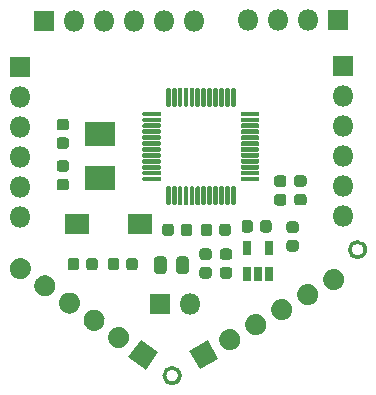
<source format=gbr>
%TF.GenerationSoftware,KiCad,Pcbnew,(5.1.6)-1*%
%TF.CreationDate,2020-11-24T16:57:48+08:00*%
%TF.ProjectId,BCG_mini_c8t6,4243475f-6d69-46e6-995f-633874362e6b,rev?*%
%TF.SameCoordinates,Original*%
%TF.FileFunction,Soldermask,Top*%
%TF.FilePolarity,Negative*%
%FSLAX46Y46*%
G04 Gerber Fmt 4.6, Leading zero omitted, Abs format (unit mm)*
G04 Created by KiCad (PCBNEW (5.1.6)-1) date 2020-11-24 16:57:48*
%MOMM*%
%LPD*%
G01*
G04 APERTURE LIST*
%ADD10C,0.350000*%
%ADD11O,1.800000X1.800000*%
%ADD12R,1.800000X1.800000*%
%ADD13C,0.100000*%
%ADD14R,2.100000X1.700000*%
%ADD15R,0.750000X1.160000*%
%ADD16R,2.500000X2.100000*%
G04 APERTURE END LIST*
D10*
X136144000Y-120345200D02*
G75*
G03*
X136144000Y-120345200I-660400J0D01*
G01*
X151841200Y-109677200D02*
G75*
G03*
X151841200Y-109677200I-660400J0D01*
G01*
D11*
%TO.C,J5*%
X149961600Y-106781600D03*
X149961600Y-104241600D03*
X149961600Y-101701600D03*
X149961600Y-99161600D03*
X149961600Y-96621600D03*
D12*
X149961600Y-94081600D03*
%TD*%
%TO.C,C3*%
G36*
G01*
X127614400Y-110615150D02*
X127614400Y-111177650D01*
G75*
G02*
X127370650Y-111421400I-243750J0D01*
G01*
X126883150Y-111421400D01*
G75*
G02*
X126639400Y-111177650I0J243750D01*
G01*
X126639400Y-110615150D01*
G75*
G02*
X126883150Y-110371400I243750J0D01*
G01*
X127370650Y-110371400D01*
G75*
G02*
X127614400Y-110615150I0J-243750D01*
G01*
G37*
G36*
G01*
X129189400Y-110615150D02*
X129189400Y-111177650D01*
G75*
G02*
X128945650Y-111421400I-243750J0D01*
G01*
X128458150Y-111421400D01*
G75*
G02*
X128214400Y-111177650I0J243750D01*
G01*
X128214400Y-110615150D01*
G75*
G02*
X128458150Y-110371400I243750J0D01*
G01*
X128945650Y-110371400D01*
G75*
G02*
X129189400Y-110615150I0J-243750D01*
G01*
G37*
%TD*%
%TO.C,C4*%
G36*
G01*
X140467000Y-107719550D02*
X140467000Y-108282050D01*
G75*
G02*
X140223250Y-108525800I-243750J0D01*
G01*
X139735750Y-108525800D01*
G75*
G02*
X139492000Y-108282050I0J243750D01*
G01*
X139492000Y-107719550D01*
G75*
G02*
X139735750Y-107475800I243750J0D01*
G01*
X140223250Y-107475800D01*
G75*
G02*
X140467000Y-107719550I0J-243750D01*
G01*
G37*
G36*
G01*
X138892000Y-107719550D02*
X138892000Y-108282050D01*
G75*
G02*
X138648250Y-108525800I-243750J0D01*
G01*
X138160750Y-108525800D01*
G75*
G02*
X137917000Y-108282050I0J243750D01*
G01*
X137917000Y-107719550D01*
G75*
G02*
X138160750Y-107475800I243750J0D01*
G01*
X138648250Y-107475800D01*
G75*
G02*
X138892000Y-107719550I0J-243750D01*
G01*
G37*
%TD*%
%TO.C,C5*%
G36*
G01*
X126519250Y-99572800D02*
X125956750Y-99572800D01*
G75*
G02*
X125713000Y-99329050I0J243750D01*
G01*
X125713000Y-98841550D01*
G75*
G02*
X125956750Y-98597800I243750J0D01*
G01*
X126519250Y-98597800D01*
G75*
G02*
X126763000Y-98841550I0J-243750D01*
G01*
X126763000Y-99329050D01*
G75*
G02*
X126519250Y-99572800I-243750J0D01*
G01*
G37*
G36*
G01*
X126519250Y-101147800D02*
X125956750Y-101147800D01*
G75*
G02*
X125713000Y-100904050I0J243750D01*
G01*
X125713000Y-100416550D01*
G75*
G02*
X125956750Y-100172800I243750J0D01*
G01*
X126519250Y-100172800D01*
G75*
G02*
X126763000Y-100416550I0J-243750D01*
G01*
X126763000Y-100904050D01*
G75*
G02*
X126519250Y-101147800I-243750J0D01*
G01*
G37*
%TD*%
%TO.C,C6*%
G36*
G01*
X125956750Y-102103000D02*
X126519250Y-102103000D01*
G75*
G02*
X126763000Y-102346750I0J-243750D01*
G01*
X126763000Y-102834250D01*
G75*
G02*
X126519250Y-103078000I-243750J0D01*
G01*
X125956750Y-103078000D01*
G75*
G02*
X125713000Y-102834250I0J243750D01*
G01*
X125713000Y-102346750D01*
G75*
G02*
X125956750Y-102103000I243750J0D01*
G01*
G37*
G36*
G01*
X125956750Y-103678000D02*
X126519250Y-103678000D01*
G75*
G02*
X126763000Y-103921750I0J-243750D01*
G01*
X126763000Y-104409250D01*
G75*
G02*
X126519250Y-104653000I-243750J0D01*
G01*
X125956750Y-104653000D01*
G75*
G02*
X125713000Y-104409250I0J243750D01*
G01*
X125713000Y-103921750D01*
G75*
G02*
X125956750Y-103678000I243750J0D01*
G01*
G37*
%TD*%
%TO.C,C7*%
G36*
G01*
X139774350Y-109570600D02*
X140336850Y-109570600D01*
G75*
G02*
X140580600Y-109814350I0J-243750D01*
G01*
X140580600Y-110301850D01*
G75*
G02*
X140336850Y-110545600I-243750J0D01*
G01*
X139774350Y-110545600D01*
G75*
G02*
X139530600Y-110301850I0J243750D01*
G01*
X139530600Y-109814350D01*
G75*
G02*
X139774350Y-109570600I243750J0D01*
G01*
G37*
G36*
G01*
X139774350Y-111145600D02*
X140336850Y-111145600D01*
G75*
G02*
X140580600Y-111389350I0J-243750D01*
G01*
X140580600Y-111876850D01*
G75*
G02*
X140336850Y-112120600I-243750J0D01*
G01*
X139774350Y-112120600D01*
G75*
G02*
X139530600Y-111876850I0J243750D01*
G01*
X139530600Y-111389350D01*
G75*
G02*
X139774350Y-111145600I243750J0D01*
G01*
G37*
%TD*%
%TO.C,C8*%
G36*
G01*
X138047150Y-111145600D02*
X138609650Y-111145600D01*
G75*
G02*
X138853400Y-111389350I0J-243750D01*
G01*
X138853400Y-111876850D01*
G75*
G02*
X138609650Y-112120600I-243750J0D01*
G01*
X138047150Y-112120600D01*
G75*
G02*
X137803400Y-111876850I0J243750D01*
G01*
X137803400Y-111389350D01*
G75*
G02*
X138047150Y-111145600I243750J0D01*
G01*
G37*
G36*
G01*
X138047150Y-109570600D02*
X138609650Y-109570600D01*
G75*
G02*
X138853400Y-109814350I0J-243750D01*
G01*
X138853400Y-110301850D01*
G75*
G02*
X138609650Y-110545600I-243750J0D01*
G01*
X138047150Y-110545600D01*
G75*
G02*
X137803400Y-110301850I0J243750D01*
G01*
X137803400Y-109814350D01*
G75*
G02*
X138047150Y-109570600I243750J0D01*
G01*
G37*
%TD*%
%TO.C,C9*%
G36*
G01*
X142946400Y-107977250D02*
X142946400Y-107414750D01*
G75*
G02*
X143190150Y-107171000I243750J0D01*
G01*
X143677650Y-107171000D01*
G75*
G02*
X143921400Y-107414750I0J-243750D01*
G01*
X143921400Y-107977250D01*
G75*
G02*
X143677650Y-108221000I-243750J0D01*
G01*
X143190150Y-108221000D01*
G75*
G02*
X142946400Y-107977250I0J243750D01*
G01*
G37*
G36*
G01*
X141371400Y-107977250D02*
X141371400Y-107414750D01*
G75*
G02*
X141615150Y-107171000I243750J0D01*
G01*
X142102650Y-107171000D01*
G75*
G02*
X142346400Y-107414750I0J-243750D01*
G01*
X142346400Y-107977250D01*
G75*
G02*
X142102650Y-108221000I-243750J0D01*
G01*
X141615150Y-108221000D01*
G75*
G02*
X141371400Y-107977250I0J243750D01*
G01*
G37*
%TD*%
%TO.C,C10*%
G36*
G01*
X145975650Y-109834600D02*
X145413150Y-109834600D01*
G75*
G02*
X145169400Y-109590850I0J243750D01*
G01*
X145169400Y-109103350D01*
G75*
G02*
X145413150Y-108859600I243750J0D01*
G01*
X145975650Y-108859600D01*
G75*
G02*
X146219400Y-109103350I0J-243750D01*
G01*
X146219400Y-109590850D01*
G75*
G02*
X145975650Y-109834600I-243750J0D01*
G01*
G37*
G36*
G01*
X145975650Y-108259600D02*
X145413150Y-108259600D01*
G75*
G02*
X145169400Y-108015850I0J243750D01*
G01*
X145169400Y-107528350D01*
G75*
G02*
X145413150Y-107284600I243750J0D01*
G01*
X145975650Y-107284600D01*
G75*
G02*
X146219400Y-107528350I0J-243750D01*
G01*
X146219400Y-108015850D01*
G75*
G02*
X145975650Y-108259600I-243750J0D01*
G01*
G37*
%TD*%
%TO.C,D1*%
G36*
G01*
X146636050Y-105923000D02*
X146073550Y-105923000D01*
G75*
G02*
X145829800Y-105679250I0J243750D01*
G01*
X145829800Y-105191750D01*
G75*
G02*
X146073550Y-104948000I243750J0D01*
G01*
X146636050Y-104948000D01*
G75*
G02*
X146879800Y-105191750I0J-243750D01*
G01*
X146879800Y-105679250D01*
G75*
G02*
X146636050Y-105923000I-243750J0D01*
G01*
G37*
G36*
G01*
X146636050Y-104348000D02*
X146073550Y-104348000D01*
G75*
G02*
X145829800Y-104104250I0J243750D01*
G01*
X145829800Y-103616750D01*
G75*
G02*
X146073550Y-103373000I243750J0D01*
G01*
X146636050Y-103373000D01*
G75*
G02*
X146879800Y-103616750I0J-243750D01*
G01*
X146879800Y-104104250D01*
G75*
G02*
X146636050Y-104348000I-243750J0D01*
G01*
G37*
%TD*%
%TO.C,F1*%
G36*
G01*
X136907800Y-110516750D02*
X136907800Y-111479250D01*
G75*
G02*
X136639050Y-111748000I-268750J0D01*
G01*
X136101550Y-111748000D01*
G75*
G02*
X135832800Y-111479250I0J268750D01*
G01*
X135832800Y-110516750D01*
G75*
G02*
X136101550Y-110248000I268750J0D01*
G01*
X136639050Y-110248000D01*
G75*
G02*
X136907800Y-110516750I0J-268750D01*
G01*
G37*
G36*
G01*
X135032800Y-110516750D02*
X135032800Y-111479250D01*
G75*
G02*
X134764050Y-111748000I-268750J0D01*
G01*
X134226550Y-111748000D01*
G75*
G02*
X133957800Y-111479250I0J268750D01*
G01*
X133957800Y-110516750D01*
G75*
G02*
X134226550Y-110248000I268750J0D01*
G01*
X134764050Y-110248000D01*
G75*
G02*
X135032800Y-110516750I0J-268750D01*
G01*
G37*
%TD*%
%TO.C,J1*%
X149555200Y-90220800D03*
D11*
X147015200Y-90220800D03*
X144475200Y-90220800D03*
X141935200Y-90220800D03*
%TD*%
%TO.C,J2*%
X122580400Y-106934000D03*
X122580400Y-104394000D03*
X122580400Y-101854000D03*
X122580400Y-99314000D03*
X122580400Y-96774000D03*
D12*
X122580400Y-94234000D03*
%TD*%
D13*
%TO.C,J3*%
G36*
X139405423Y-118896623D02*
G01*
X137846577Y-119796623D01*
X136946577Y-118237777D01*
X138505423Y-117337777D01*
X139405423Y-118896623D01*
G37*
G36*
G01*
X140825705Y-118076623D02*
X140825705Y-118076623D01*
G75*
G02*
X139596282Y-117747200I-450000J779423D01*
G01*
X139596282Y-117747200D01*
G75*
G02*
X139925705Y-116517777I779423J450000D01*
G01*
X139925705Y-116517777D01*
G75*
G02*
X141155128Y-116847200I450000J-779423D01*
G01*
X141155128Y-116847200D01*
G75*
G02*
X140825705Y-118076623I-779423J-450000D01*
G01*
G37*
G36*
G01*
X143025409Y-116806623D02*
X143025409Y-116806623D01*
G75*
G02*
X141795986Y-116477200I-450000J779423D01*
G01*
X141795986Y-116477200D01*
G75*
G02*
X142125409Y-115247777I779423J450000D01*
G01*
X142125409Y-115247777D01*
G75*
G02*
X143354832Y-115577200I450000J-779423D01*
G01*
X143354832Y-115577200D01*
G75*
G02*
X143025409Y-116806623I-779423J-450000D01*
G01*
G37*
G36*
G01*
X145225114Y-115536623D02*
X145225114Y-115536623D01*
G75*
G02*
X143995691Y-115207200I-450000J779423D01*
G01*
X143995691Y-115207200D01*
G75*
G02*
X144325114Y-113977777I779423J450000D01*
G01*
X144325114Y-113977777D01*
G75*
G02*
X145554537Y-114307200I450000J-779423D01*
G01*
X145554537Y-114307200D01*
G75*
G02*
X145225114Y-115536623I-779423J-450000D01*
G01*
G37*
G36*
G01*
X147424818Y-114266623D02*
X147424818Y-114266623D01*
G75*
G02*
X146195395Y-113937200I-450000J779423D01*
G01*
X146195395Y-113937200D01*
G75*
G02*
X146524818Y-112707777I779423J450000D01*
G01*
X146524818Y-112707777D01*
G75*
G02*
X147754241Y-113037200I450000J-779423D01*
G01*
X147754241Y-113037200D01*
G75*
G02*
X147424818Y-114266623I-779423J-450000D01*
G01*
G37*
G36*
G01*
X149624523Y-112996623D02*
X149624523Y-112996623D01*
G75*
G02*
X148395100Y-112667200I-450000J779423D01*
G01*
X148395100Y-112667200D01*
G75*
G02*
X148724523Y-111437777I779423J450000D01*
G01*
X148724523Y-111437777D01*
G75*
G02*
X149953946Y-111767200I450000J-779423D01*
G01*
X149953946Y-111767200D01*
G75*
G02*
X149624523Y-112996623I-779423J-450000D01*
G01*
G37*
%TD*%
%TO.C,J4*%
G36*
X132824182Y-117313744D02*
G01*
X134298656Y-118346182D01*
X133266218Y-119820656D01*
X131791744Y-118788218D01*
X132824182Y-117313744D01*
G37*
G36*
G01*
X131480773Y-116373079D02*
X131480773Y-116373079D01*
G75*
G02*
X131701791Y-117626535I-516219J-737237D01*
G01*
X131701791Y-117626535D01*
G75*
G02*
X130448335Y-117847553I-737237J516219D01*
G01*
X130448335Y-117847553D01*
G75*
G02*
X130227317Y-116594097I516219J737237D01*
G01*
X130227317Y-116594097D01*
G75*
G02*
X131480773Y-116373079I737237J-516219D01*
G01*
G37*
G36*
G01*
X129400127Y-114916195D02*
X129400127Y-114916195D01*
G75*
G02*
X129621145Y-116169651I-516219J-737237D01*
G01*
X129621145Y-116169651D01*
G75*
G02*
X128367689Y-116390669I-737237J516219D01*
G01*
X128367689Y-116390669D01*
G75*
G02*
X128146671Y-115137213I516219J737237D01*
G01*
X128146671Y-115137213D01*
G75*
G02*
X129400127Y-114916195I737237J-516219D01*
G01*
G37*
G36*
G01*
X127319480Y-113459311D02*
X127319480Y-113459311D01*
G75*
G02*
X127540498Y-114712767I-516219J-737237D01*
G01*
X127540498Y-114712767D01*
G75*
G02*
X126287042Y-114933785I-737237J516219D01*
G01*
X126287042Y-114933785D01*
G75*
G02*
X126066024Y-113680329I516219J737237D01*
G01*
X126066024Y-113680329D01*
G75*
G02*
X127319480Y-113459311I737237J-516219D01*
G01*
G37*
G36*
G01*
X125238834Y-112002426D02*
X125238834Y-112002426D01*
G75*
G02*
X125459852Y-113255882I-516219J-737237D01*
G01*
X125459852Y-113255882D01*
G75*
G02*
X124206396Y-113476900I-737237J516219D01*
G01*
X124206396Y-113476900D01*
G75*
G02*
X123985378Y-112223444I516219J737237D01*
G01*
X123985378Y-112223444D01*
G75*
G02*
X125238834Y-112002426I737237J-516219D01*
G01*
G37*
G36*
G01*
X123158188Y-110545542D02*
X123158188Y-110545542D01*
G75*
G02*
X123379206Y-111798998I-516219J-737237D01*
G01*
X123379206Y-111798998D01*
G75*
G02*
X122125750Y-112020016I-737237J516219D01*
G01*
X122125750Y-112020016D01*
G75*
G02*
X121904732Y-110766560I516219J737237D01*
G01*
X121904732Y-110766560D01*
G75*
G02*
X123158188Y-110545542I737237J-516219D01*
G01*
G37*
%TD*%
D12*
%TO.C,J6*%
X124612400Y-90271600D03*
D11*
X127152400Y-90271600D03*
X129692400Y-90271600D03*
X132232400Y-90271600D03*
X134772400Y-90271600D03*
X137312400Y-90271600D03*
%TD*%
D12*
%TO.C,J7*%
X134467600Y-114249200D03*
D11*
X137007600Y-114249200D03*
%TD*%
%TO.C,R1*%
G36*
G01*
X130043000Y-111177650D02*
X130043000Y-110615150D01*
G75*
G02*
X130286750Y-110371400I243750J0D01*
G01*
X130774250Y-110371400D01*
G75*
G02*
X131018000Y-110615150I0J-243750D01*
G01*
X131018000Y-111177650D01*
G75*
G02*
X130774250Y-111421400I-243750J0D01*
G01*
X130286750Y-111421400D01*
G75*
G02*
X130043000Y-111177650I0J243750D01*
G01*
G37*
G36*
G01*
X131618000Y-111177650D02*
X131618000Y-110615150D01*
G75*
G02*
X131861750Y-110371400I243750J0D01*
G01*
X132349250Y-110371400D01*
G75*
G02*
X132593000Y-110615150I0J-243750D01*
G01*
X132593000Y-111177650D01*
G75*
G02*
X132349250Y-111421400I-243750J0D01*
G01*
X131861750Y-111421400D01*
G75*
G02*
X131618000Y-111177650I0J243750D01*
G01*
G37*
%TD*%
%TO.C,R3*%
G36*
G01*
X135640800Y-107719550D02*
X135640800Y-108282050D01*
G75*
G02*
X135397050Y-108525800I-243750J0D01*
G01*
X134909550Y-108525800D01*
G75*
G02*
X134665800Y-108282050I0J243750D01*
G01*
X134665800Y-107719550D01*
G75*
G02*
X134909550Y-107475800I243750J0D01*
G01*
X135397050Y-107475800D01*
G75*
G02*
X135640800Y-107719550I0J-243750D01*
G01*
G37*
G36*
G01*
X137215800Y-107719550D02*
X137215800Y-108282050D01*
G75*
G02*
X136972050Y-108525800I-243750J0D01*
G01*
X136484550Y-108525800D01*
G75*
G02*
X136240800Y-108282050I0J243750D01*
G01*
X136240800Y-107719550D01*
G75*
G02*
X136484550Y-107475800I243750J0D01*
G01*
X136972050Y-107475800D01*
G75*
G02*
X137215800Y-107719550I0J-243750D01*
G01*
G37*
%TD*%
%TO.C,R4*%
G36*
G01*
X144923451Y-105940799D02*
X144360951Y-105940799D01*
G75*
G02*
X144117201Y-105697049I0J243750D01*
G01*
X144117201Y-105209549D01*
G75*
G02*
X144360951Y-104965799I243750J0D01*
G01*
X144923451Y-104965799D01*
G75*
G02*
X145167201Y-105209549I0J-243750D01*
G01*
X145167201Y-105697049D01*
G75*
G02*
X144923451Y-105940799I-243750J0D01*
G01*
G37*
G36*
G01*
X144923451Y-104365799D02*
X144360951Y-104365799D01*
G75*
G02*
X144117201Y-104122049I0J243750D01*
G01*
X144117201Y-103634549D01*
G75*
G02*
X144360951Y-103390799I243750J0D01*
G01*
X144923451Y-103390799D01*
G75*
G02*
X145167201Y-103634549I0J-243750D01*
G01*
X145167201Y-104122049D01*
G75*
G02*
X144923451Y-104365799I-243750J0D01*
G01*
G37*
%TD*%
D14*
%TO.C,SW1*%
X132798800Y-107492800D03*
X127398800Y-107492800D03*
%TD*%
%TO.C,U1*%
G36*
G01*
X132972000Y-98289600D02*
X132972000Y-98089600D01*
G75*
G02*
X133072000Y-97989600I100000J0D01*
G01*
X134447000Y-97989600D01*
G75*
G02*
X134547000Y-98089600I0J-100000D01*
G01*
X134547000Y-98289600D01*
G75*
G02*
X134447000Y-98389600I-100000J0D01*
G01*
X133072000Y-98389600D01*
G75*
G02*
X132972000Y-98289600I0J100000D01*
G01*
G37*
G36*
G01*
X132972000Y-98789600D02*
X132972000Y-98589600D01*
G75*
G02*
X133072000Y-98489600I100000J0D01*
G01*
X134447000Y-98489600D01*
G75*
G02*
X134547000Y-98589600I0J-100000D01*
G01*
X134547000Y-98789600D01*
G75*
G02*
X134447000Y-98889600I-100000J0D01*
G01*
X133072000Y-98889600D01*
G75*
G02*
X132972000Y-98789600I0J100000D01*
G01*
G37*
G36*
G01*
X132972000Y-99289600D02*
X132972000Y-99089600D01*
G75*
G02*
X133072000Y-98989600I100000J0D01*
G01*
X134447000Y-98989600D01*
G75*
G02*
X134547000Y-99089600I0J-100000D01*
G01*
X134547000Y-99289600D01*
G75*
G02*
X134447000Y-99389600I-100000J0D01*
G01*
X133072000Y-99389600D01*
G75*
G02*
X132972000Y-99289600I0J100000D01*
G01*
G37*
G36*
G01*
X132972000Y-99789600D02*
X132972000Y-99589600D01*
G75*
G02*
X133072000Y-99489600I100000J0D01*
G01*
X134447000Y-99489600D01*
G75*
G02*
X134547000Y-99589600I0J-100000D01*
G01*
X134547000Y-99789600D01*
G75*
G02*
X134447000Y-99889600I-100000J0D01*
G01*
X133072000Y-99889600D01*
G75*
G02*
X132972000Y-99789600I0J100000D01*
G01*
G37*
G36*
G01*
X132972000Y-100289600D02*
X132972000Y-100089600D01*
G75*
G02*
X133072000Y-99989600I100000J0D01*
G01*
X134447000Y-99989600D01*
G75*
G02*
X134547000Y-100089600I0J-100000D01*
G01*
X134547000Y-100289600D01*
G75*
G02*
X134447000Y-100389600I-100000J0D01*
G01*
X133072000Y-100389600D01*
G75*
G02*
X132972000Y-100289600I0J100000D01*
G01*
G37*
G36*
G01*
X132972000Y-100789600D02*
X132972000Y-100589600D01*
G75*
G02*
X133072000Y-100489600I100000J0D01*
G01*
X134447000Y-100489600D01*
G75*
G02*
X134547000Y-100589600I0J-100000D01*
G01*
X134547000Y-100789600D01*
G75*
G02*
X134447000Y-100889600I-100000J0D01*
G01*
X133072000Y-100889600D01*
G75*
G02*
X132972000Y-100789600I0J100000D01*
G01*
G37*
G36*
G01*
X132972000Y-101289600D02*
X132972000Y-101089600D01*
G75*
G02*
X133072000Y-100989600I100000J0D01*
G01*
X134447000Y-100989600D01*
G75*
G02*
X134547000Y-101089600I0J-100000D01*
G01*
X134547000Y-101289600D01*
G75*
G02*
X134447000Y-101389600I-100000J0D01*
G01*
X133072000Y-101389600D01*
G75*
G02*
X132972000Y-101289600I0J100000D01*
G01*
G37*
G36*
G01*
X132972000Y-101789600D02*
X132972000Y-101589600D01*
G75*
G02*
X133072000Y-101489600I100000J0D01*
G01*
X134447000Y-101489600D01*
G75*
G02*
X134547000Y-101589600I0J-100000D01*
G01*
X134547000Y-101789600D01*
G75*
G02*
X134447000Y-101889600I-100000J0D01*
G01*
X133072000Y-101889600D01*
G75*
G02*
X132972000Y-101789600I0J100000D01*
G01*
G37*
G36*
G01*
X132972000Y-102289600D02*
X132972000Y-102089600D01*
G75*
G02*
X133072000Y-101989600I100000J0D01*
G01*
X134447000Y-101989600D01*
G75*
G02*
X134547000Y-102089600I0J-100000D01*
G01*
X134547000Y-102289600D01*
G75*
G02*
X134447000Y-102389600I-100000J0D01*
G01*
X133072000Y-102389600D01*
G75*
G02*
X132972000Y-102289600I0J100000D01*
G01*
G37*
G36*
G01*
X132972000Y-102789600D02*
X132972000Y-102589600D01*
G75*
G02*
X133072000Y-102489600I100000J0D01*
G01*
X134447000Y-102489600D01*
G75*
G02*
X134547000Y-102589600I0J-100000D01*
G01*
X134547000Y-102789600D01*
G75*
G02*
X134447000Y-102889600I-100000J0D01*
G01*
X133072000Y-102889600D01*
G75*
G02*
X132972000Y-102789600I0J100000D01*
G01*
G37*
G36*
G01*
X132972000Y-103289600D02*
X132972000Y-103089600D01*
G75*
G02*
X133072000Y-102989600I100000J0D01*
G01*
X134447000Y-102989600D01*
G75*
G02*
X134547000Y-103089600I0J-100000D01*
G01*
X134547000Y-103289600D01*
G75*
G02*
X134447000Y-103389600I-100000J0D01*
G01*
X133072000Y-103389600D01*
G75*
G02*
X132972000Y-103289600I0J100000D01*
G01*
G37*
G36*
G01*
X132972000Y-103789600D02*
X132972000Y-103589600D01*
G75*
G02*
X133072000Y-103489600I100000J0D01*
G01*
X134447000Y-103489600D01*
G75*
G02*
X134547000Y-103589600I0J-100000D01*
G01*
X134547000Y-103789600D01*
G75*
G02*
X134447000Y-103889600I-100000J0D01*
G01*
X133072000Y-103889600D01*
G75*
G02*
X132972000Y-103789600I0J100000D01*
G01*
G37*
G36*
G01*
X134972000Y-105789600D02*
X134972000Y-104414600D01*
G75*
G02*
X135072000Y-104314600I100000J0D01*
G01*
X135272000Y-104314600D01*
G75*
G02*
X135372000Y-104414600I0J-100000D01*
G01*
X135372000Y-105789600D01*
G75*
G02*
X135272000Y-105889600I-100000J0D01*
G01*
X135072000Y-105889600D01*
G75*
G02*
X134972000Y-105789600I0J100000D01*
G01*
G37*
G36*
G01*
X135472000Y-105789600D02*
X135472000Y-104414600D01*
G75*
G02*
X135572000Y-104314600I100000J0D01*
G01*
X135772000Y-104314600D01*
G75*
G02*
X135872000Y-104414600I0J-100000D01*
G01*
X135872000Y-105789600D01*
G75*
G02*
X135772000Y-105889600I-100000J0D01*
G01*
X135572000Y-105889600D01*
G75*
G02*
X135472000Y-105789600I0J100000D01*
G01*
G37*
G36*
G01*
X135972000Y-105789600D02*
X135972000Y-104414600D01*
G75*
G02*
X136072000Y-104314600I100000J0D01*
G01*
X136272000Y-104314600D01*
G75*
G02*
X136372000Y-104414600I0J-100000D01*
G01*
X136372000Y-105789600D01*
G75*
G02*
X136272000Y-105889600I-100000J0D01*
G01*
X136072000Y-105889600D01*
G75*
G02*
X135972000Y-105789600I0J100000D01*
G01*
G37*
G36*
G01*
X136472000Y-105789600D02*
X136472000Y-104414600D01*
G75*
G02*
X136572000Y-104314600I100000J0D01*
G01*
X136772000Y-104314600D01*
G75*
G02*
X136872000Y-104414600I0J-100000D01*
G01*
X136872000Y-105789600D01*
G75*
G02*
X136772000Y-105889600I-100000J0D01*
G01*
X136572000Y-105889600D01*
G75*
G02*
X136472000Y-105789600I0J100000D01*
G01*
G37*
G36*
G01*
X136972000Y-105789600D02*
X136972000Y-104414600D01*
G75*
G02*
X137072000Y-104314600I100000J0D01*
G01*
X137272000Y-104314600D01*
G75*
G02*
X137372000Y-104414600I0J-100000D01*
G01*
X137372000Y-105789600D01*
G75*
G02*
X137272000Y-105889600I-100000J0D01*
G01*
X137072000Y-105889600D01*
G75*
G02*
X136972000Y-105789600I0J100000D01*
G01*
G37*
G36*
G01*
X137472000Y-105789600D02*
X137472000Y-104414600D01*
G75*
G02*
X137572000Y-104314600I100000J0D01*
G01*
X137772000Y-104314600D01*
G75*
G02*
X137872000Y-104414600I0J-100000D01*
G01*
X137872000Y-105789600D01*
G75*
G02*
X137772000Y-105889600I-100000J0D01*
G01*
X137572000Y-105889600D01*
G75*
G02*
X137472000Y-105789600I0J100000D01*
G01*
G37*
G36*
G01*
X137972000Y-105789600D02*
X137972000Y-104414600D01*
G75*
G02*
X138072000Y-104314600I100000J0D01*
G01*
X138272000Y-104314600D01*
G75*
G02*
X138372000Y-104414600I0J-100000D01*
G01*
X138372000Y-105789600D01*
G75*
G02*
X138272000Y-105889600I-100000J0D01*
G01*
X138072000Y-105889600D01*
G75*
G02*
X137972000Y-105789600I0J100000D01*
G01*
G37*
G36*
G01*
X138472000Y-105789600D02*
X138472000Y-104414600D01*
G75*
G02*
X138572000Y-104314600I100000J0D01*
G01*
X138772000Y-104314600D01*
G75*
G02*
X138872000Y-104414600I0J-100000D01*
G01*
X138872000Y-105789600D01*
G75*
G02*
X138772000Y-105889600I-100000J0D01*
G01*
X138572000Y-105889600D01*
G75*
G02*
X138472000Y-105789600I0J100000D01*
G01*
G37*
G36*
G01*
X138972000Y-105789600D02*
X138972000Y-104414600D01*
G75*
G02*
X139072000Y-104314600I100000J0D01*
G01*
X139272000Y-104314600D01*
G75*
G02*
X139372000Y-104414600I0J-100000D01*
G01*
X139372000Y-105789600D01*
G75*
G02*
X139272000Y-105889600I-100000J0D01*
G01*
X139072000Y-105889600D01*
G75*
G02*
X138972000Y-105789600I0J100000D01*
G01*
G37*
G36*
G01*
X139472000Y-105789600D02*
X139472000Y-104414600D01*
G75*
G02*
X139572000Y-104314600I100000J0D01*
G01*
X139772000Y-104314600D01*
G75*
G02*
X139872000Y-104414600I0J-100000D01*
G01*
X139872000Y-105789600D01*
G75*
G02*
X139772000Y-105889600I-100000J0D01*
G01*
X139572000Y-105889600D01*
G75*
G02*
X139472000Y-105789600I0J100000D01*
G01*
G37*
G36*
G01*
X139972000Y-105789600D02*
X139972000Y-104414600D01*
G75*
G02*
X140072000Y-104314600I100000J0D01*
G01*
X140272000Y-104314600D01*
G75*
G02*
X140372000Y-104414600I0J-100000D01*
G01*
X140372000Y-105789600D01*
G75*
G02*
X140272000Y-105889600I-100000J0D01*
G01*
X140072000Y-105889600D01*
G75*
G02*
X139972000Y-105789600I0J100000D01*
G01*
G37*
G36*
G01*
X140472000Y-105789600D02*
X140472000Y-104414600D01*
G75*
G02*
X140572000Y-104314600I100000J0D01*
G01*
X140772000Y-104314600D01*
G75*
G02*
X140872000Y-104414600I0J-100000D01*
G01*
X140872000Y-105789600D01*
G75*
G02*
X140772000Y-105889600I-100000J0D01*
G01*
X140572000Y-105889600D01*
G75*
G02*
X140472000Y-105789600I0J100000D01*
G01*
G37*
G36*
G01*
X141297000Y-103789600D02*
X141297000Y-103589600D01*
G75*
G02*
X141397000Y-103489600I100000J0D01*
G01*
X142772000Y-103489600D01*
G75*
G02*
X142872000Y-103589600I0J-100000D01*
G01*
X142872000Y-103789600D01*
G75*
G02*
X142772000Y-103889600I-100000J0D01*
G01*
X141397000Y-103889600D01*
G75*
G02*
X141297000Y-103789600I0J100000D01*
G01*
G37*
G36*
G01*
X141297000Y-103289600D02*
X141297000Y-103089600D01*
G75*
G02*
X141397000Y-102989600I100000J0D01*
G01*
X142772000Y-102989600D01*
G75*
G02*
X142872000Y-103089600I0J-100000D01*
G01*
X142872000Y-103289600D01*
G75*
G02*
X142772000Y-103389600I-100000J0D01*
G01*
X141397000Y-103389600D01*
G75*
G02*
X141297000Y-103289600I0J100000D01*
G01*
G37*
G36*
G01*
X141297000Y-102789600D02*
X141297000Y-102589600D01*
G75*
G02*
X141397000Y-102489600I100000J0D01*
G01*
X142772000Y-102489600D01*
G75*
G02*
X142872000Y-102589600I0J-100000D01*
G01*
X142872000Y-102789600D01*
G75*
G02*
X142772000Y-102889600I-100000J0D01*
G01*
X141397000Y-102889600D01*
G75*
G02*
X141297000Y-102789600I0J100000D01*
G01*
G37*
G36*
G01*
X141297000Y-102289600D02*
X141297000Y-102089600D01*
G75*
G02*
X141397000Y-101989600I100000J0D01*
G01*
X142772000Y-101989600D01*
G75*
G02*
X142872000Y-102089600I0J-100000D01*
G01*
X142872000Y-102289600D01*
G75*
G02*
X142772000Y-102389600I-100000J0D01*
G01*
X141397000Y-102389600D01*
G75*
G02*
X141297000Y-102289600I0J100000D01*
G01*
G37*
G36*
G01*
X141297000Y-101789600D02*
X141297000Y-101589600D01*
G75*
G02*
X141397000Y-101489600I100000J0D01*
G01*
X142772000Y-101489600D01*
G75*
G02*
X142872000Y-101589600I0J-100000D01*
G01*
X142872000Y-101789600D01*
G75*
G02*
X142772000Y-101889600I-100000J0D01*
G01*
X141397000Y-101889600D01*
G75*
G02*
X141297000Y-101789600I0J100000D01*
G01*
G37*
G36*
G01*
X141297000Y-101289600D02*
X141297000Y-101089600D01*
G75*
G02*
X141397000Y-100989600I100000J0D01*
G01*
X142772000Y-100989600D01*
G75*
G02*
X142872000Y-101089600I0J-100000D01*
G01*
X142872000Y-101289600D01*
G75*
G02*
X142772000Y-101389600I-100000J0D01*
G01*
X141397000Y-101389600D01*
G75*
G02*
X141297000Y-101289600I0J100000D01*
G01*
G37*
G36*
G01*
X141297000Y-100789600D02*
X141297000Y-100589600D01*
G75*
G02*
X141397000Y-100489600I100000J0D01*
G01*
X142772000Y-100489600D01*
G75*
G02*
X142872000Y-100589600I0J-100000D01*
G01*
X142872000Y-100789600D01*
G75*
G02*
X142772000Y-100889600I-100000J0D01*
G01*
X141397000Y-100889600D01*
G75*
G02*
X141297000Y-100789600I0J100000D01*
G01*
G37*
G36*
G01*
X141297000Y-100289600D02*
X141297000Y-100089600D01*
G75*
G02*
X141397000Y-99989600I100000J0D01*
G01*
X142772000Y-99989600D01*
G75*
G02*
X142872000Y-100089600I0J-100000D01*
G01*
X142872000Y-100289600D01*
G75*
G02*
X142772000Y-100389600I-100000J0D01*
G01*
X141397000Y-100389600D01*
G75*
G02*
X141297000Y-100289600I0J100000D01*
G01*
G37*
G36*
G01*
X141297000Y-99789600D02*
X141297000Y-99589600D01*
G75*
G02*
X141397000Y-99489600I100000J0D01*
G01*
X142772000Y-99489600D01*
G75*
G02*
X142872000Y-99589600I0J-100000D01*
G01*
X142872000Y-99789600D01*
G75*
G02*
X142772000Y-99889600I-100000J0D01*
G01*
X141397000Y-99889600D01*
G75*
G02*
X141297000Y-99789600I0J100000D01*
G01*
G37*
G36*
G01*
X141297000Y-99289600D02*
X141297000Y-99089600D01*
G75*
G02*
X141397000Y-98989600I100000J0D01*
G01*
X142772000Y-98989600D01*
G75*
G02*
X142872000Y-99089600I0J-100000D01*
G01*
X142872000Y-99289600D01*
G75*
G02*
X142772000Y-99389600I-100000J0D01*
G01*
X141397000Y-99389600D01*
G75*
G02*
X141297000Y-99289600I0J100000D01*
G01*
G37*
G36*
G01*
X141297000Y-98789600D02*
X141297000Y-98589600D01*
G75*
G02*
X141397000Y-98489600I100000J0D01*
G01*
X142772000Y-98489600D01*
G75*
G02*
X142872000Y-98589600I0J-100000D01*
G01*
X142872000Y-98789600D01*
G75*
G02*
X142772000Y-98889600I-100000J0D01*
G01*
X141397000Y-98889600D01*
G75*
G02*
X141297000Y-98789600I0J100000D01*
G01*
G37*
G36*
G01*
X141297000Y-98289600D02*
X141297000Y-98089600D01*
G75*
G02*
X141397000Y-97989600I100000J0D01*
G01*
X142772000Y-97989600D01*
G75*
G02*
X142872000Y-98089600I0J-100000D01*
G01*
X142872000Y-98289600D01*
G75*
G02*
X142772000Y-98389600I-100000J0D01*
G01*
X141397000Y-98389600D01*
G75*
G02*
X141297000Y-98289600I0J100000D01*
G01*
G37*
G36*
G01*
X140472000Y-97464600D02*
X140472000Y-96089600D01*
G75*
G02*
X140572000Y-95989600I100000J0D01*
G01*
X140772000Y-95989600D01*
G75*
G02*
X140872000Y-96089600I0J-100000D01*
G01*
X140872000Y-97464600D01*
G75*
G02*
X140772000Y-97564600I-100000J0D01*
G01*
X140572000Y-97564600D01*
G75*
G02*
X140472000Y-97464600I0J100000D01*
G01*
G37*
G36*
G01*
X139972000Y-97464600D02*
X139972000Y-96089600D01*
G75*
G02*
X140072000Y-95989600I100000J0D01*
G01*
X140272000Y-95989600D01*
G75*
G02*
X140372000Y-96089600I0J-100000D01*
G01*
X140372000Y-97464600D01*
G75*
G02*
X140272000Y-97564600I-100000J0D01*
G01*
X140072000Y-97564600D01*
G75*
G02*
X139972000Y-97464600I0J100000D01*
G01*
G37*
G36*
G01*
X139472000Y-97464600D02*
X139472000Y-96089600D01*
G75*
G02*
X139572000Y-95989600I100000J0D01*
G01*
X139772000Y-95989600D01*
G75*
G02*
X139872000Y-96089600I0J-100000D01*
G01*
X139872000Y-97464600D01*
G75*
G02*
X139772000Y-97564600I-100000J0D01*
G01*
X139572000Y-97564600D01*
G75*
G02*
X139472000Y-97464600I0J100000D01*
G01*
G37*
G36*
G01*
X138972000Y-97464600D02*
X138972000Y-96089600D01*
G75*
G02*
X139072000Y-95989600I100000J0D01*
G01*
X139272000Y-95989600D01*
G75*
G02*
X139372000Y-96089600I0J-100000D01*
G01*
X139372000Y-97464600D01*
G75*
G02*
X139272000Y-97564600I-100000J0D01*
G01*
X139072000Y-97564600D01*
G75*
G02*
X138972000Y-97464600I0J100000D01*
G01*
G37*
G36*
G01*
X138472000Y-97464600D02*
X138472000Y-96089600D01*
G75*
G02*
X138572000Y-95989600I100000J0D01*
G01*
X138772000Y-95989600D01*
G75*
G02*
X138872000Y-96089600I0J-100000D01*
G01*
X138872000Y-97464600D01*
G75*
G02*
X138772000Y-97564600I-100000J0D01*
G01*
X138572000Y-97564600D01*
G75*
G02*
X138472000Y-97464600I0J100000D01*
G01*
G37*
G36*
G01*
X137972000Y-97464600D02*
X137972000Y-96089600D01*
G75*
G02*
X138072000Y-95989600I100000J0D01*
G01*
X138272000Y-95989600D01*
G75*
G02*
X138372000Y-96089600I0J-100000D01*
G01*
X138372000Y-97464600D01*
G75*
G02*
X138272000Y-97564600I-100000J0D01*
G01*
X138072000Y-97564600D01*
G75*
G02*
X137972000Y-97464600I0J100000D01*
G01*
G37*
G36*
G01*
X137472000Y-97464600D02*
X137472000Y-96089600D01*
G75*
G02*
X137572000Y-95989600I100000J0D01*
G01*
X137772000Y-95989600D01*
G75*
G02*
X137872000Y-96089600I0J-100000D01*
G01*
X137872000Y-97464600D01*
G75*
G02*
X137772000Y-97564600I-100000J0D01*
G01*
X137572000Y-97564600D01*
G75*
G02*
X137472000Y-97464600I0J100000D01*
G01*
G37*
G36*
G01*
X136972000Y-97464600D02*
X136972000Y-96089600D01*
G75*
G02*
X137072000Y-95989600I100000J0D01*
G01*
X137272000Y-95989600D01*
G75*
G02*
X137372000Y-96089600I0J-100000D01*
G01*
X137372000Y-97464600D01*
G75*
G02*
X137272000Y-97564600I-100000J0D01*
G01*
X137072000Y-97564600D01*
G75*
G02*
X136972000Y-97464600I0J100000D01*
G01*
G37*
G36*
G01*
X136472000Y-97464600D02*
X136472000Y-96089600D01*
G75*
G02*
X136572000Y-95989600I100000J0D01*
G01*
X136772000Y-95989600D01*
G75*
G02*
X136872000Y-96089600I0J-100000D01*
G01*
X136872000Y-97464600D01*
G75*
G02*
X136772000Y-97564600I-100000J0D01*
G01*
X136572000Y-97564600D01*
G75*
G02*
X136472000Y-97464600I0J100000D01*
G01*
G37*
G36*
G01*
X135972000Y-97464600D02*
X135972000Y-96089600D01*
G75*
G02*
X136072000Y-95989600I100000J0D01*
G01*
X136272000Y-95989600D01*
G75*
G02*
X136372000Y-96089600I0J-100000D01*
G01*
X136372000Y-97464600D01*
G75*
G02*
X136272000Y-97564600I-100000J0D01*
G01*
X136072000Y-97564600D01*
G75*
G02*
X135972000Y-97464600I0J100000D01*
G01*
G37*
G36*
G01*
X135472000Y-97464600D02*
X135472000Y-96089600D01*
G75*
G02*
X135572000Y-95989600I100000J0D01*
G01*
X135772000Y-95989600D01*
G75*
G02*
X135872000Y-96089600I0J-100000D01*
G01*
X135872000Y-97464600D01*
G75*
G02*
X135772000Y-97564600I-100000J0D01*
G01*
X135572000Y-97564600D01*
G75*
G02*
X135472000Y-97464600I0J100000D01*
G01*
G37*
G36*
G01*
X134972000Y-97464600D02*
X134972000Y-96089600D01*
G75*
G02*
X135072000Y-95989600I100000J0D01*
G01*
X135272000Y-95989600D01*
G75*
G02*
X135372000Y-96089600I0J-100000D01*
G01*
X135372000Y-97464600D01*
G75*
G02*
X135272000Y-97564600I-100000J0D01*
G01*
X135072000Y-97564600D01*
G75*
G02*
X134972000Y-97464600I0J100000D01*
G01*
G37*
%TD*%
D15*
%TO.C,U2*%
X141798000Y-111742400D03*
X142748000Y-111742400D03*
X143698000Y-111742400D03*
X143698000Y-109542400D03*
X141798000Y-109542400D03*
%TD*%
D16*
%TO.C,Y1*%
X129387600Y-99902400D03*
X129387600Y-103602400D03*
%TD*%
M02*

</source>
